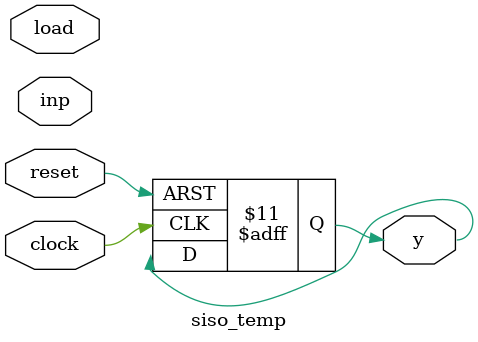
<source format=v>
module siso_temp(y,inp,load,clock,reset);

input inp;
input clock;
input reset;
input load;

reg [7:0]temp;
output reg y;

always@(posedge clock, negedge reset)
begin

if(!reset)
 begin

 temp <= 0;
 y<=0;

 end
else
 begin

 if(load==1)
	temp<= inp;
 else if(load==0)
	temp<={temp[2:0], inp};

 end
	
end
endmodule
	
</source>
